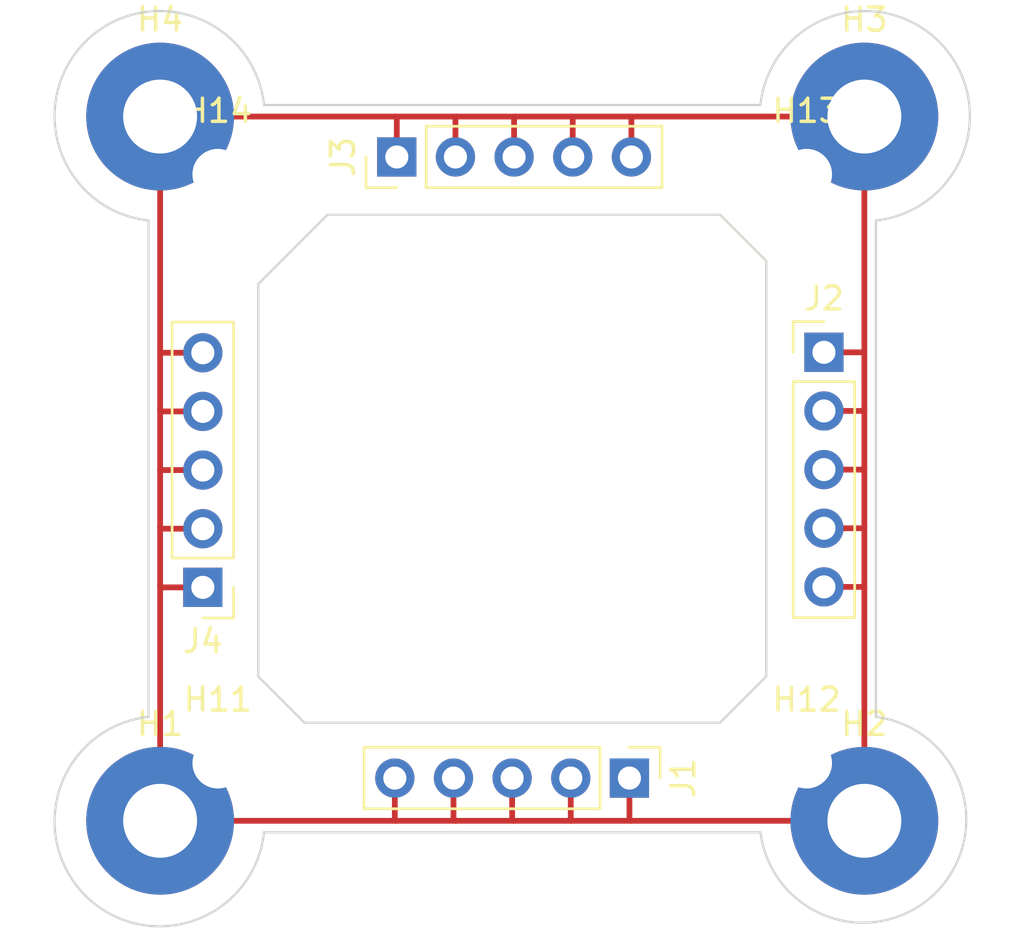
<source format=kicad_pcb>
(kicad_pcb (version 20211014) (generator pcbnew)
  (layers (0 "F.Cu" signal) (31 "B.Cu" signal) (34 "B.Paste" user) (35 "F.Paste" user) (36 "B.SilkS" user "B.Silkscreen") (37 "F.SilkS" user "F.Silkscreen") (38 "B.Mask" user) (39 "F.Mask" user) (44 "Edge.Cuts" user))
  (net 0 "")
  (net 1 "Net-(H1-Pad1)")
  (footprint "MountingHole:MountingHole_2.2mm_M2_ISO7380" (layer "F.Cu") (at 122.75 47.25)
    (fp_text reference "H13" (at 0 -2.75) (layer "F.SilkS"))
    (fp_text value "MountingHole")
    (pad "" np_thru_hole circle (at 0 0) (size 2.2 2.2) (drill 2.2) (layers *.Cu *.Mask))
  )
  (footprint "MountingHole:MountingHole_3.2mm_M3_Pad_TopBottom" (layer "F.Cu") (at 94.75 75.25)
    (fp_text reference "H1" (at 0 -4.2) (layer "F.SilkS"))
    (fp_text value "MountingHole_Pad")
    (pad "1" thru_hole circle (at 0 0) (size 3.6 3.6) (drill 3.2) (layers *.Cu *.Mask) (net 1 "Net-(H1-Pad1)"))
    (pad "1" connect circle (at 0 0) (size 6.4 6.4) (layers "B.Cu" "B.Mask") (net 1 "Net-(H1-Pad1)"))
    (pad "1" connect circle (at 0 0) (size 6.4 6.4) (layers "F.Cu" "F.Mask") (net 1 "Net-(H1-Pad1)"))
  )
  (footprint "MountingHole:MountingHole_2.2mm_M2_ISO7380" (layer "F.Cu") (at 97.25 72.75)
    (fp_text reference "H11" (at 0 -2.75) (layer "F.SilkS"))
    (fp_text value "MountingHole")
    (pad "" np_thru_hole circle (at 0 0) (size 2.2 2.2) (drill 2.2) (layers *.Cu *.Mask))
  )
  (footprint "MountingHole:MountingHole_2.2mm_M2_ISO7380" (layer "F.Cu") (at 97.25 47.25)
    (fp_text reference "H14" (at 0 -2.75) (layer "F.SilkS"))
    (fp_text value "MountingHole")
    (pad "" np_thru_hole circle (at 0 0) (size 2.2 2.2) (drill 2.2) (layers *.Cu *.Mask))
  )
  (footprint "MountingHole:MountingHole_2.2mm_M2_ISO7380" (layer "F.Cu") (at 122.75 72.75)
    (fp_text reference "H12" (at 0 -2.75) (layer "F.SilkS"))
    (fp_text value "MountingHole")
    (pad "" np_thru_hole circle (at 0 0) (size 2.2 2.2) (drill 2.2) (layers *.Cu *.Mask))
  )
  (footprint "MountingHole:MountingHole_3.2mm_M3_Pad_TopBottom" (layer "F.Cu") (at 125.25 75.25)
    (fp_text reference "H2" (at 0 -4.2) (layer "F.SilkS"))
    (fp_text value "MountingHole_Pad")
    (pad "1" connect circle (at 0 0) (size 6.4 6.4) (layers "B.Cu" "B.Mask") (net 1 "Net-(H1-Pad1)"))
    (pad "1" connect circle (at 0 0) (size 6.4 6.4) (layers "F.Cu" "F.Mask") (net 1 "Net-(H1-Pad1)"))
    (pad "1" thru_hole circle (at 0 0) (size 3.6 3.6) (drill 3.2) (layers *.Cu *.Mask) (net 1 "Net-(H1-Pad1)"))
  )
  (footprint "Connector_PinHeader_2.54mm:PinHeader_1x05_P2.54mm_Vertical" (layer "F.Cu") (at 115.075 73.4 -90)
    (fp_text reference "J1" (at 0 -2.33 90) (layer "F.SilkS"))
    (fp_text value "Conn_01x05_Male")
    (fp_line (start -1.33 11.49) (end 1.33 11.49) (layer "F.SilkS") (width 0.12))
    (fp_line (start -1.33 0) (end -1.33 -1.33) (layer "F.SilkS") (width 0.12))
    (fp_line (start 1.33 1.27) (end 1.33 11.49) (layer "F.SilkS") (width 0.12))
    (fp_line (start -1.33 1.27) (end 1.33 1.27) (layer "F.SilkS") (width 0.12))
    (fp_line (start -1.33 -1.33) (end 0 -1.33) (layer "F.SilkS") (width 0.12))
    (fp_line (start -1.33 1.27) (end -1.33 11.49) (layer "F.SilkS") (width 0.12))
    (pad "1" thru_hole rect (at 0 0 270) (size 1.7 1.7) (drill 1) (layers *.Cu *.Mask) (net 1 "Net-(H1-Pad1)"))
    (pad "2" thru_hole oval (at 0 2.54 270) (size 1.7 1.7) (drill 1) (layers *.Cu *.Mask) (net 1 "Net-(H1-Pad1)"))
    (pad "3" thru_hole oval (at 0 5.08 270) (size 1.7 1.7) (drill 1) (layers *.Cu *.Mask) (net 1 "Net-(H1-Pad1)"))
    (pad "4" thru_hole oval (at 0 7.62 270) (size 1.7 1.7) (drill 1) (layers *.Cu *.Mask) (net 1 "Net-(H1-Pad1)"))
    (pad "5" thru_hole oval (at 0 10.16 270) (size 1.7 1.7) (drill 1) (layers *.Cu *.Mask) (net 1 "Net-(H1-Pad1)"))
  )
  (footprint "Connector_PinHeader_2.54mm:PinHeader_1x05_P2.54mm_Vertical" (layer "F.Cu") (at 105 46.5 90)
    (fp_text reference "J3" (at 0 -2.33 90) (layer "F.SilkS"))
    (fp_text value "Conn_01x05_Male")
    (fp_line (start -1.33 11.49) (end 1.33 11.49) (layer "F.SilkS") (width 0.12))
    (fp_line (start -1.33 0) (end -1.33 -1.33) (layer "F.SilkS") (width 0.12))
    (fp_line (start -1.33 1.27) (end 1.33 1.27) (layer "F.SilkS") (width 0.12))
    (fp_line (start 1.33 1.27) (end 1.33 11.49) (layer "F.SilkS") (width 0.12))
    (fp_line (start -1.33 -1.33) (end 0 -1.33) (layer "F.SilkS") (width 0.12))
    (fp_line (start -1.33 1.27) (end -1.33 11.49) (layer "F.SilkS") (width 0.12))
    (pad "1" thru_hole rect (at 0 0 90) (size 1.7 1.7) (drill 1) (layers *.Cu *.Mask) (net 1 "Net-(H1-Pad1)"))
    (pad "2" thru_hole oval (at 0 2.54 90) (size 1.7 1.7) (drill 1) (layers *.Cu *.Mask) (net 1 "Net-(H1-Pad1)"))
    (pad "3" thru_hole oval (at 0 5.08 90) (size 1.7 1.7) (drill 1) (layers *.Cu *.Mask) (net 1 "Net-(H1-Pad1)"))
    (pad "4" thru_hole oval (at 0 7.62 90) (size 1.7 1.7) (drill 1) (layers *.Cu *.Mask) (net 1 "Net-(H1-Pad1)"))
    (pad "5" thru_hole oval (at 0 10.16 90) (size 1.7 1.7) (drill 1) (layers *.Cu *.Mask) (net 1 "Net-(H1-Pad1)"))
  )
  (footprint "MountingHole:MountingHole_3.2mm_M3_Pad_TopBottom" (layer "F.Cu") (at 125.25 44.75)
    (fp_text reference "H3" (at 0 -4.2) (layer "F.SilkS"))
    (fp_text value "MountingHole_Pad")
    (pad "1" connect circle (at 0 0) (size 6.4 6.4) (layers "F.Cu" "F.Mask") (net 1 "Net-(H1-Pad1)"))
    (pad "1" connect circle (at 0 0) (size 6.4 6.4) (layers "B.Cu" "B.Mask") (net 1 "Net-(H1-Pad1)"))
    (pad "1" thru_hole circle (at 0 0) (size 3.6 3.6) (drill 3.2) (layers *.Cu *.Mask) (net 1 "Net-(H1-Pad1)"))
  )
  (footprint "Connector_PinHeader_2.54mm:PinHeader_1x05_P2.54mm_Vertical" (layer "F.Cu") (at 96.6 65.14 180)
    (fp_text reference "J4" (at 0 -2.33 180) (layer "F.SilkS"))
    (fp_text value "Conn_01x05_Male")
    (fp_line (start -1.33 1.27) (end -1.33 11.49) (layer "F.SilkS") (width 0.12))
    (fp_line (start -1.33 -1.33) (end 0 -1.33) (layer "F.SilkS") (width 0.12))
    (fp_line (start -1.33 1.27) (end 1.33 1.27) (layer "F.SilkS") (width 0.12))
    (fp_line (start -1.33 0) (end -1.33 -1.33) (layer "F.SilkS") (width 0.12))
    (fp_line (start 1.33 1.27) (end 1.33 11.49) (layer "F.SilkS") (width 0.12))
    (fp_line (start -1.33 11.49) (end 1.33 11.49) (layer "F.SilkS") (width 0.12))
    (pad "1" thru_hole rect (at 0 0 180) (size 1.7 1.7) (drill 1) (layers *.Cu *.Mask) (net 1 "Net-(H1-Pad1)"))
    (pad "2" thru_hole oval (at 0 2.54 180) (size 1.7 1.7) (drill 1) (layers *.Cu *.Mask) (net 1 "Net-(H1-Pad1)"))
    (pad "3" thru_hole oval (at 0 5.08 180) (size 1.7 1.7) (drill 1) (layers *.Cu *.Mask) (net 1 "Net-(H1-Pad1)"))
    (pad "4" thru_hole oval (at 0 7.62 180) (size 1.7 1.7) (drill 1) (layers *.Cu *.Mask) (net 1 "Net-(H1-Pad1)"))
    (pad "5" thru_hole oval (at 0 10.16 180) (size 1.7 1.7) (drill 1) (layers *.Cu *.Mask) (net 1 "Net-(H1-Pad1)"))
  )
  (footprint "MountingHole:MountingHole_3.2mm_M3_Pad_TopBottom" (layer "F.Cu") (at 94.75 44.75)
    (fp_text reference "H4" (at 0 -4.2) (layer "F.SilkS"))
    (fp_text value "MountingHole_Pad")
    (pad "1" thru_hole circle (at 0 0) (size 3.6 3.6) (drill 3.2) (layers *.Cu *.Mask) (net 1 "Net-(H1-Pad1)"))
    (pad "1" connect circle (at 0 0) (size 6.4 6.4) (layers "F.Cu" "F.Mask") (net 1 "Net-(H1-Pad1)"))
    (pad "1" connect circle (at 0 0) (size 6.4 6.4) (layers "B.Cu" "B.Mask") (net 1 "Net-(H1-Pad1)"))
  )
  (footprint "Connector_PinHeader_2.54mm:PinHeader_1x05_P2.54mm_Vertical" (layer "F.Cu") (at 123.5 54.96)
    (fp_text reference "J2" (at 0 -2.33) (layer "F.SilkS"))
    (fp_text value "Conn_01x05_Male")
    (fp_line (start -1.33 1.27) (end -1.33 11.49) (layer "F.SilkS") (width 0.12))
    (fp_line (start -1.33 0) (end -1.33 -1.33) (layer "F.SilkS") (width 0.12))
    (fp_line (start -1.33 -1.33) (end 0 -1.33) (layer "F.SilkS") (width 0.12))
    (fp_line (start -1.33 11.49) (end 1.33 11.49) (layer "F.SilkS") (width 0.12))
    (fp_line (start -1.33 1.27) (end 1.33 1.27) (layer "F.SilkS") (width 0.12))
    (fp_line (start 1.33 1.27) (end 1.33 11.49) (layer "F.SilkS") (width 0.12))
    (pad "1" thru_hole rect (at 0 0) (size 1.7 1.7) (drill 1) (layers *.Cu *.Mask) (net 1 "Net-(H1-Pad1)"))
    (pad "2" thru_hole oval (at 0 2.54) (size 1.7 1.7) (drill 1) (layers *.Cu *.Mask) (net 1 "Net-(H1-Pad1)"))
    (pad "3" thru_hole oval (at 0 5.08) (size 1.7 1.7) (drill 1) (layers *.Cu *.Mask) (net 1 "Net-(H1-Pad1)"))
    (pad "4" thru_hole oval (at 0 7.62) (size 1.7 1.7) (drill 1) (layers *.Cu *.Mask) (net 1 "Net-(H1-Pad1)"))
    (pad "5" thru_hole oval (at 0 10.16) (size 1.7 1.7) (drill 1) (layers *.Cu *.Mask) (net 1 "Net-(H1-Pad1)"))
  )
  (gr_line (start 99 69) (end 101 71) (layer "Edge.Cuts") (width 0.1))
  (gr_line (start 99 52) (end 102 49) (layer "Edge.Cuts") (width 0.1))
  (gr_line (start 119 71) (end 121 69) (layer "Edge.Cuts") (width 0.1))
  (gr_line (start 119 49) (end 121 51) (layer "Edge.Cuts") (width 0.1))
  (gr_arc (start 99.25 75.75) (mid 91.511648 78.48835) (end 94.25 70.75) (layer "Edge.Cuts") (width 0.1))
  (gr_line (start 99 69) (end 99 52) (layer "Edge.Cuts") (width 0.1))
  (gr_line (start 125.75 49.25) (end 125.75 70.75) (layer "Edge.Cuts") (width 0.1))
  (gr_line (start 94.25 70.75) (end 94.25 49.25) (layer "Edge.Cuts") (width 0.1))
  (gr_line (start 121 51) (end 121 69) (layer "Edge.Cuts") (width 0.1))
  (gr_line (start 102 49) (end 119 49) (layer "Edge.Cuts") (width 0.1))
  (gr_arc (start 94.25 49.25) (mid 91.511649 41.511649) (end 99.25 44.25) (layer "Edge.Cuts") (width 0.1))
  (gr_arc (start 125.75 70.75) (mid 128.352298 78.352298) (end 120.75 75.75) (layer "Edge.Cuts") (width 0.1))
  (gr_line (start 99.25 44.25) (end 120.75 44.25) (layer "Edge.Cuts") (width 0.1))
  (gr_line (start 101 71) (end 119 71) (layer "Edge.Cuts") (width 0.1))
  (gr_line (start 120.75 75.75) (end 99.25 75.75) (layer "Edge.Cuts") (width 0.1))
  (gr_arc (start 120.75 44.25) (mid 128.488349 41.511649) (end 125.75 49.25) (layer "Edge.Cuts") (width 0.1))
  (segment (start 94.75 54.95) (end 94.75 57.45) (width 0.25) (layer "F.Cu") (net 1))
  (segment (start 104.95 44.75) (end 107.55 44.75) (width 0.25) (layer "F.Cu") (net 1))
  (segment (start 123.5 57.5) (end 125.2 57.5) (width 0.25) (layer "F.Cu") (net 1))
  (segment (start 96.6 60.06) (end 94.76 60.06) (width 0.25) (layer "F.Cu") (net 1))
  (segment (start 125.2 57.5) (end 125.25 57.45) (width 0.25) (layer "F.Cu") (net 1))
  (segment (start 107.455 75.155) (end 107.55 75.25) (width 0.25) (layer "F.Cu") (net 1))
  (segment (start 104.915 75.215) (end 104.95 75.25) (width 0.25) (layer "F.Cu") (net 1))
  (segment (start 112.55 44.75) (end 115.15 44.75) (width 0.25) (layer "F.Cu") (net 1))
  (segment (start 107.54 46.5) (end 107.54 44.76) (width 0.25) (layer "F.Cu") (net 1))
  (segment (start 115.16 46.5) (end 115.16 44.76) (width 0.25) (layer "F.Cu") (net 1))
  (segment (start 105 44.8) (end 104.95 44.75) (width 0.25) (layer "F.Cu") (net 1))
  (segment (start 125.24 54.96) (end 125.25 54.95) (width 0.25) (layer "F.Cu") (net 1))
  (segment (start 110.08 46.5) (end 110.08 44.82) (width 0.25) (layer "F.Cu") (net 1))
  (segment (start 125.25 59.95) (end 125.25 62.55) (width 0.25) (layer "F.Cu") (net 1))
  (segment (start 110.08 44.82) (end 110.15 44.75) (width 0.25) (layer "F.Cu") (net 1))
  (segment (start 107.55 75.25) (end 110.05 75.25) (width 0.25) (layer "F.Cu") (net 1))
  (segment (start 112.535 75.235) (end 112.55 75.25) (width 0.25) (layer "F.Cu") (net 1))
  (segment (start 104.95 75.25) (end 107.55 75.25) (width 0.25) (layer "F.Cu") (net 1))
  (segment (start 107.455 73.4) (end 107.455 75.155) (width 0.25) (layer "F.Cu") (net 1))
  (segment (start 125.22 62.58) (end 125.25 62.55) (width 0.25) (layer "F.Cu") (net 1))
  (segment (start 112.535 73.4) (end 112.535 75.235) (width 0.25) (layer "F.Cu") (net 1))
  (segment (start 123.5 60.04) (end 125.16 60.04) (width 0.25) (layer "F.Cu") (net 1))
  (segment (start 125.25 62.55) (end 125.25 65.15) (width 0.25) (layer "F.Cu") (net 1))
  (segment (start 94.82 57.52) (end 94.75 57.45) (width 0.25) (layer "F.Cu") (net 1))
  (segment (start 94.8 62.6) (end 94.75 62.55) (width 0.25) (layer "F.Cu") (net 1))
  (segment (start 115.075 73.4) (end 115.075 75.175) (width 0.25) (layer "F.Cu") (net 1))
  (segment (start 112.55 75.25) (end 115.15 75.25) (width 0.25) (layer "F.Cu") (net 1))
  (segment (start 112.62 44.82) (end 112.55 44.75) (width 0.25) (layer "F.Cu") (net 1))
  (segment (start 125.22 65.12) (end 125.25 65.15) (width 0.25) (layer "F.Cu") (net 1))
  (segment (start 94.84 65.14) (end 94.75 65.05) (width 0.25) (layer "F.Cu") (net 1))
  (segment (start 94.75 75.25) (end 104.95 75.25) (width 0.25) (layer "F.Cu") (net 1))
  (segment (start 125.25 65.15) (end 125.25 75.25) (width 0.25) (layer "F.Cu") (net 1))
  (segment (start 109.995 75.195) (end 110.05 75.25) (width 0.25) (layer "F.Cu") (net 1))
  (segment (start 125.16 60.04) (end 125.25 59.95) (width 0.25) (layer "F.Cu") (net 1))
  (segment (start 107.55 44.75) (end 110.15 44.75) (width 0.25) (layer "F.Cu") (net 1))
  (segment (start 96.6 54.98) (end 94.78 54.98) (width 0.25) (layer "F.Cu") (net 1))
  (segment (start 107.54 44.76) (end 107.55 44.75) (width 0.25) (layer "F.Cu") (net 1))
  (segment (start 125.25 44.75) (end 125.25 54.95) (width 0.25) (layer "F.Cu") (net 1))
  (segment (start 94.78 54.98) (end 94.75 54.95) (width 0.25) (layer "F.Cu") (net 1))
  (segment (start 94.75 44.75) (end 104.95 44.75) (width 0.25) (layer "F.Cu") (net 1))
  (segment (start 123.5 65.12) (end 125.22 65.12) (width 0.25) (layer "F.Cu") (net 1))
  (segment (start 94.75 62.55) (end 94.75 65.05) (width 0.25) (layer "F.Cu") (net 1))
  (segment (start 125.25 54.95) (end 125.25 57.45) (width 0.25) (layer "F.Cu") (net 1))
  (segment (start 96.6 62.6) (end 94.8 62.6) (width 0.25) (layer "F.Cu") (net 1))
  (segment (start 94.75 60.05) (end 94.75 62.55) (width 0.25) (layer "F.Cu") (net 1))
  (segment (start 115.15 44.75) (end 125.25 44.75) (width 0.25) (layer "F.Cu") (net 1))
  (segment (start 94.75 44.75) (end 94.75 54.95) (width 0.25) (layer "F.Cu") (net 1))
  (segment (start 110.05 75.25) (end 112.55 75.25) (width 0.25) (layer "F.Cu") (net 1))
  (segment (start 96.6 57.52) (end 94.82 57.52) (width 0.25) (layer "F.Cu") (net 1))
  (segment (start 94.75 65.05) (end 94.75 75.25) (width 0.25) (layer "F.Cu") (net 1))
  (segment (start 96.6 65.14) (end 94.84 65.14) (width 0.25) (layer "F.Cu") (net 1))
  (segment (start 110.15 44.75) (end 112.55 44.75) (width 0.25) (layer "F.Cu") (net 1))
  (segment (start 94.76 60.06) (end 94.75 60.05) (width 0.25) (layer "F.Cu") (net 1))
  (segment (start 112.62 46.5) (end 112.62 44.82) (width 0.25) (layer "F.Cu") (net 1))
  (segment (start 123.5 54.96) (end 125.24 54.96) (width 0.25) (layer "F.Cu") (net 1))
  (segment (start 104.915 73.4) (end 104.915 75.215) (width 0.25) (layer "F.Cu") (net 1))
  (segment (start 109.995 73.4) (end 109.995 75.195) (width 0.25) (layer "F.Cu") (net 1))
  (segment (start 115.15 75.25) (end 125.25 75.25) (width 0.25) (layer "F.Cu") (net 1))
  (segment (start 94.75 57.45) (end 94.75 60.05) (width 0.25) (layer "F.Cu") (net 1))
  (segment (start 115.075 75.175) (end 115.15 75.25) (width 0.25) (layer "F.Cu") (net 1))
  (segment (start 105 46.5) (end 105 44.8) (width 0.25) (layer "F.Cu") (net 1))
  (segment (start 115.16 44.76) (end 115.15 44.75) (width 0.25) (layer "F.Cu") (net 1))
  (segment (start 125.25 57.45) (end 125.25 59.95) (width 0.25) (layer "F.Cu") (net 1))
  (segment (start 123.5 62.58) (end 125.22 62.58) (width 0.25) (layer "F.Cu") (net 1))
)
</source>
